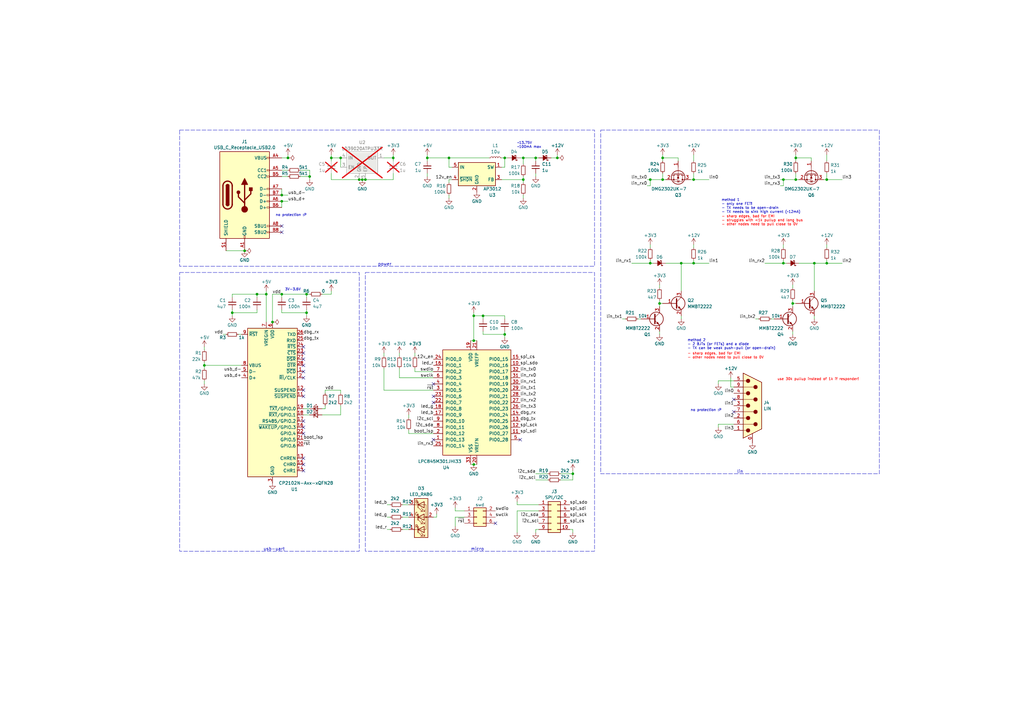
<source format=kicad_sch>
(kicad_sch (version 20231120) (generator "eeschema") (generator_version "8.0")
  (paper "A3")
  (junction (at 109.22 120.65))
  (junction (at 266.7 107.95))
  (junction (at 105.41 120.65))
  (junction (at 100.33 102.87))
  (junction (at 234.95 194.31))
  (junction (at 271.78 73.66))
  (junction (at 284.48 73.66))
  (junction (at 194.31 190.5))
  (junction (at 149.86 73.66))
  (junction (at 194.31 129.54))
  (junction (at 125.73 120.65))
  (junction (at 139.7 64.77))
  (junction (at 321.31 73.66))
  (junction (at 111.76 132.08))
  (junction (at 326.39 73.66))
  (junction (at 148.59 73.66))
  (junction (at 125.73 128.27))
  (junction (at 83.82 149.86))
  (junction (at 118.11 64.77))
  (junction (at 207.01 137.16))
  (junction (at 325.12 124.46))
  (junction (at 198.12 129.54))
  (junction (at 284.48 107.95))
  (junction (at 115.57 120.65))
  (junction (at 207.01 64.77))
  (junction (at 184.15 64.77))
  (junction (at 147.32 73.66))
  (junction (at 219.71 64.77))
  (junction (at 321.31 107.95))
  (junction (at 326.39 64.77))
  (junction (at 115.57 82.55))
  (junction (at 194.31 139.7))
  (junction (at 175.26 64.77))
  (junction (at 339.09 107.95))
  (junction (at 270.51 124.46))
  (junction (at 214.63 64.77))
  (junction (at 334.01 107.95))
  (junction (at 161.29 64.77))
  (junction (at 279.4 107.95))
  (junction (at 271.78 64.77))
  (junction (at 135.89 64.77))
  (junction (at 266.7 73.66))
  (junction (at 228.6 64.77))
  (junction (at 214.63 73.66))
  (junction (at 115.57 80.01))
  (junction (at 95.25 128.27))
  (junction (at 127 72.39))
  (junction (at 339.09 73.66))
  (no_connect (at 177.8 165.1))
  (no_connect (at 124.46 160.02))
  (no_connect (at 177.8 180.34))
  (no_connect (at 124.46 187.96))
  (no_connect (at 300.99 168.91))
  (no_connect (at 300.99 163.83))
  (no_connect (at 213.36 180.34))
  (no_connect (at 177.8 162.56))
  (no_connect (at 115.57 92.71))
  (no_connect (at 124.46 147.32))
  (no_connect (at 124.46 162.56))
  (no_connect (at 124.46 175.26))
  (no_connect (at 124.46 144.78))
  (no_connect (at 203.2 214.63))
  (no_connect (at 177.8 157.48))
  (no_connect (at 124.46 193.04))
  (no_connect (at 124.46 152.4))
  (no_connect (at 124.46 154.94))
  (no_connect (at 124.46 142.24))
  (no_connect (at 124.46 177.8))
  (no_connect (at 124.46 190.5))
  (no_connect (at 124.46 172.72))
  (no_connect (at 115.57 95.25))
  (no_connect (at 124.46 149.86))
  (wire (pts (xy 198.12 135.89) (xy 198.12 137.16)))
  (wire (pts (xy 186.69 215.9) (xy 186.69 212.09)))
  (wire (pts (xy 198.12 130.81) (xy 198.12 129.54)))
  (wire (pts (xy 163.83 154.94) (xy 177.8 154.94)))
  (wire (pts (xy 95.25 127) (xy 95.25 128.27)))
  (wire (pts (xy 179.07 212.09) (xy 177.8 212.09)))
  (wire (pts (xy 205.74 64.77) (xy 207.01 64.77)))
  (wire (pts (xy 321.31 100.33) (xy 321.31 101.6)))
  (wire (pts (xy 271.78 64.77) (xy 271.78 66.04)))
  (wire (pts (xy 219.71 218.44) (xy 219.71 217.17)))
  (wire (pts (xy 339.09 73.66) (xy 345.44 73.66)))
  (wire (pts (xy 167.64 170.18) (xy 167.64 171.45)))
  (wire (pts (xy 208.28 64.77) (xy 207.01 64.77)))
  (wire (pts (xy 284.48 107.95) (xy 284.48 106.68)))
  (wire (pts (xy 186.69 209.55) (xy 190.5 209.55)))
  (wire (pts (xy 115.57 128.27) (xy 125.73 128.27)))
  (wire (pts (xy 325.12 135.89) (xy 325.12 137.16)))
  (wire (pts (xy 124.46 170.18) (xy 127 170.18)))
  (wire (pts (xy 95.25 121.92) (xy 95.25 120.65)))
  (wire (pts (xy 339.09 63.5) (xy 339.09 66.04)))
  (wire (pts (xy 294.64 157.48) (xy 294.64 156.21)))
  (wire (pts (xy 91.44 137.16) (xy 92.71 137.16)))
  (wire (pts (xy 294.64 156.21) (xy 300.99 156.21)))
  (wire (pts (xy 219.71 194.31) (xy 224.79 194.31)))
  (wire (pts (xy 132.08 167.64) (xy 133.35 167.64)))
  (wire (pts (xy 157.48 64.77) (xy 161.29 64.77)))
  (wire (pts (xy 148.59 73.66) (xy 149.86 73.66)))
  (wire (pts (xy 207.01 64.77) (xy 207.01 68.58)))
  (wire (pts (xy 219.71 64.77) (xy 214.63 64.77)))
  (wire (pts (xy 115.57 72.39) (xy 118.11 72.39)))
  (wire (pts (xy 115.57 77.47) (xy 115.57 80.01)))
  (wire (pts (xy 270.51 135.89) (xy 270.51 137.16)))
  (wire (pts (xy 273.05 107.95) (xy 279.4 107.95)))
  (wire (pts (xy 184.15 68.58) (xy 185.42 68.58)))
  (wire (pts (xy 194.31 139.7) (xy 194.31 129.54)))
  (wire (pts (xy 284.48 100.33) (xy 284.48 101.6)))
  (wire (pts (xy 149.86 73.66) (xy 161.29 73.66)))
  (wire (pts (xy 118.11 64.77) (xy 118.11 63.5)))
  (wire (pts (xy 179.07 210.82) (xy 179.07 212.09)))
  (wire (pts (xy 184.15 74.93) (xy 184.15 73.66)))
  (wire (pts (xy 284.48 73.66) (xy 290.83 73.66)))
  (wire (pts (xy 135.89 73.66) (xy 135.89 71.12)))
  (wire (pts (xy 325.12 124.46) (xy 325.12 125.73)))
  (wire (pts (xy 95.25 128.27) (xy 105.41 128.27)))
  (wire (pts (xy 270.51 124.46) (xy 270.51 125.73)))
  (wire (pts (xy 234.95 194.31) (xy 234.95 193.04)))
  (wire (pts (xy 334.01 107.95) (xy 339.09 107.95)))
  (wire (pts (xy 266.7 107.95) (xy 267.97 107.95)))
  (wire (pts (xy 184.15 73.66) (xy 185.42 73.66)))
  (wire (pts (xy 339.09 107.95) (xy 345.44 107.95)))
  (wire (pts (xy 234.95 218.44) (xy 234.95 217.17)))
  (wire (pts (xy 167.64 177.8) (xy 177.8 177.8)))
  (wire (pts (xy 299.72 158.75) (xy 300.99 158.75)))
  (wire (pts (xy 175.26 63.5) (xy 175.26 64.77)))
  (wire (pts (xy 207.01 68.58) (xy 205.74 68.58)))
  (wire (pts (xy 160.02 207.01) (xy 158.75 207.01)))
  (wire (pts (xy 167.64 217.17) (xy 165.1 217.17)))
  (wire (pts (xy 325.12 116.84) (xy 325.12 118.11)))
  (wire (pts (xy 95.25 128.27) (xy 95.25 129.54)))
  (wire (pts (xy 125.73 120.65) (xy 127 120.65)))
  (wire (pts (xy 212.09 205.74) (xy 212.09 207.01)))
  (wire (pts (xy 228.6 64.77) (xy 228.6 63.5)))
  (wire (pts (xy 193.04 190.5) (xy 194.31 190.5)))
  (wire (pts (xy 127 69.85) (xy 123.19 69.85)))
  (wire (pts (xy 299.72 154.94) (xy 299.72 158.75)))
  (wire (pts (xy 161.29 64.77) (xy 161.29 66.04)))
  (wire (pts (xy 111.76 120.65) (xy 115.57 120.65)))
  (wire (pts (xy 284.48 63.5) (xy 284.48 66.04)))
  (wire (pts (xy 109.22 132.08) (xy 109.22 120.65)))
  (wire (pts (xy 115.57 120.65) (xy 115.57 121.92)))
  (wire (pts (xy 167.64 176.53) (xy 167.64 177.8)))
  (wire (pts (xy 334.01 129.54) (xy 334.01 130.81)))
  (wire (pts (xy 95.25 120.65) (xy 105.41 120.65)))
  (wire (pts (xy 135.89 120.65) (xy 135.89 119.38)))
  (wire (pts (xy 339.09 107.95) (xy 339.09 106.68)))
  (wire (pts (xy 170.18 151.13) (xy 170.18 152.4)))
  (wire (pts (xy 198.12 137.16) (xy 207.01 137.16)))
  (wire (pts (xy 229.87 194.31) (xy 234.95 194.31)))
  (wire (pts (xy 326.39 63.5) (xy 326.39 64.77)))
  (wire (pts (xy 326.39 73.66) (xy 327.66 73.66)))
  (wire (pts (xy 219.71 64.77) (xy 220.98 64.77)))
  (wire (pts (xy 186.69 212.09) (xy 190.5 212.09)))
  (wire (pts (xy 212.09 209.55) (xy 220.98 209.55)))
  (wire (pts (xy 124.46 167.64) (xy 127 167.64)))
  (wire (pts (xy 316.23 130.81) (xy 317.5 130.81)))
  (wire (pts (xy 326.39 71.12) (xy 326.39 73.66)))
  (wire (pts (xy 259.08 107.95) (xy 266.7 107.95)))
  (wire (pts (xy 266.7 73.66) (xy 271.78 73.66)))
  (wire (pts (xy 332.74 64.77) (xy 326.39 64.77)))
  (wire (pts (xy 207.01 137.16) (xy 207.01 138.43)))
  (wire (pts (xy 161.29 73.66) (xy 161.29 71.12)))
  (wire (pts (xy 194.31 128.27) (xy 194.31 129.54)))
  (wire (pts (xy 320.04 73.66) (xy 321.31 73.66)))
  (wire (pts (xy 133.35 167.64) (xy 133.35 166.37)))
  (wire (pts (xy 234.95 217.17) (xy 233.68 217.17)))
  (wire (pts (xy 123.19 72.39) (xy 127 72.39)))
  (wire (pts (xy 83.82 142.24) (xy 83.82 143.51)))
  (wire (pts (xy 184.15 64.77) (xy 175.26 64.77)))
  (wire (pts (xy 219.71 66.04) (xy 219.71 64.77)))
  (wire (pts (xy 200.66 64.77) (xy 184.15 64.77)))
  (wire (pts (xy 194.31 190.5) (xy 195.58 190.5)))
  (wire (pts (xy 284.48 73.66) (xy 284.48 71.12)))
  (wire (pts (xy 184.15 64.77) (xy 184.15 68.58)))
  (wire (pts (xy 115.57 69.85) (xy 118.11 69.85)))
  (wire (pts (xy 219.71 217.17) (xy 220.98 217.17)))
  (wire (pts (xy 321.31 107.95) (xy 322.58 107.95)))
  (wire (pts (xy 125.73 128.27) (xy 125.73 129.54)))
  (wire (pts (xy 175.26 71.12) (xy 175.26 72.39)))
  (wire (pts (xy 219.71 196.85) (xy 224.79 196.85)))
  (wire (pts (xy 157.48 160.02) (xy 157.48 151.13)))
  (wire (pts (xy 214.63 64.77) (xy 214.63 67.31)))
  (wire (pts (xy 115.57 82.55) (xy 115.57 85.09)))
  (wire (pts (xy 339.09 73.66) (xy 339.09 71.12)))
  (wire (pts (xy 161.29 63.5) (xy 161.29 64.77)))
  (wire (pts (xy 105.41 120.65) (xy 105.41 121.92)))
  (wire (pts (xy 266.7 73.66) (xy 266.7 76.2)))
  (wire (pts (xy 205.74 73.66) (xy 214.63 73.66)))
  (wire (pts (xy 313.69 107.95) (xy 321.31 107.95)))
  (wire (pts (xy 278.13 66.04) (xy 278.13 64.77)))
  (wire (pts (xy 229.87 196.85) (xy 234.95 196.85)))
  (wire (pts (xy 279.4 129.54) (xy 279.4 130.81)))
  (wire (pts (xy 284.48 107.95) (xy 290.83 107.95)))
  (wire (pts (xy 132.08 120.65) (xy 135.89 120.65)))
  (wire (pts (xy 255.27 130.81) (xy 256.54 130.81)))
  (wire (pts (xy 300.99 173.99) (xy 294.64 173.99)))
  (wire (pts (xy 83.82 156.21) (xy 83.82 157.48)))
  (wire (pts (xy 139.7 170.18) (xy 132.08 170.18)))
  (wire (pts (xy 327.66 107.95) (xy 334.01 107.95)))
  (wire (pts (xy 321.31 73.66) (xy 326.39 73.66)))
  (wire (pts (xy 147.32 73.66) (xy 135.89 73.66)))
  (wire (pts (xy 271.78 73.66) (xy 273.05 73.66)))
  (wire (pts (xy 170.18 144.78) (xy 170.18 146.05)))
  (wire (pts (xy 133.35 160.02) (xy 139.7 160.02)))
  (wire (pts (xy 214.63 73.66) (xy 214.63 74.93)))
  (wire (pts (xy 170.18 152.4) (xy 177.8 152.4)))
  (wire (pts (xy 111.76 132.08) (xy 111.76 120.65)))
  (wire (pts (xy 325.12 124.46) (xy 326.39 124.46)))
  (wire (pts (xy 167.64 212.09) (xy 165.1 212.09)))
  (wire (pts (xy 265.43 76.2) (xy 266.7 76.2)))
  (wire (pts (xy 279.4 107.95) (xy 284.48 107.95)))
  (wire (pts (xy 135.89 64.77) (xy 135.89 66.04)))
  (wire (pts (xy 271.78 63.5) (xy 271.78 64.77)))
  (wire (pts (xy 139.7 166.37) (xy 139.7 170.18)))
  (wire (pts (xy 278.13 64.77) (xy 271.78 64.77)))
  (wire (pts (xy 266.7 100.33) (xy 266.7 101.6)))
  (wire (pts (xy 115.57 80.01) (xy 118.11 80.01)))
  (wire (pts (xy 109.22 119.38) (xy 109.22 120.65)))
  (wire (pts (xy 207.01 129.54) (xy 207.01 130.81)))
  (wire (pts (xy 139.7 161.29) (xy 139.7 160.02)))
  (wire (pts (xy 157.48 144.78) (xy 157.48 146.05)))
  (wire (pts (xy 139.7 64.77) (xy 139.7 68.58)))
  (wire (pts (xy 279.4 107.95) (xy 279.4 119.38)))
  (wire (pts (xy 175.26 64.77) (xy 175.26 66.04)))
  (wire (pts (xy 160.02 217.17) (xy 158.75 217.17)))
  (wire (pts (xy 266.7 106.68) (xy 266.7 107.95)))
  (wire (pts (xy 135.89 64.77) (xy 139.7 64.77)))
  (wire (pts (xy 194.31 129.54) (xy 198.12 129.54)))
  (wire (pts (xy 271.78 71.12) (xy 271.78 73.66)))
  (wire (pts (xy 115.57 120.65) (xy 125.73 120.65)))
  (wire (pts (xy 83.82 149.86) (xy 99.06 149.86)))
  (wire (pts (xy 193.04 139.7) (xy 194.31 139.7)))
  (wire (pts (xy 125.73 120.65) (xy 125.73 121.92)))
  (wire (pts (xy 127 72.39) (xy 127 73.66)))
  (wire (pts (xy 83.82 149.86) (xy 83.82 151.13)))
  (wire (pts (xy 115.57 82.55) (xy 118.11 82.55)))
  (wire (pts (xy 148.59 73.66) (xy 147.32 73.66)))
  (wire (pts (xy 109.22 120.65) (xy 105.41 120.65)))
  (wire (pts (xy 270.51 124.46) (xy 271.78 124.46)))
  (wire (pts (xy 270.51 116.84) (xy 270.51 118.11)))
  (wire (pts (xy 321.31 73.66) (xy 321.31 76.2)))
  (wire (pts (xy 198.12 129.54) (xy 207.01 129.54)))
  (wire (pts (xy 283.21 73.66) (xy 284.48 73.66)))
  (wire (pts (xy 214.63 80.01) (xy 214.63 81.28)))
  (wire (pts (xy 219.71 71.12) (xy 219.71 72.39)))
  (wire (pts (xy 194.31 139.7) (xy 195.58 139.7)))
  (wire (pts (xy 294.64 173.99) (xy 294.64 175.26)))
  (wire (pts (xy 207.01 137.16) (xy 207.01 135.89)))
  (wire (pts (xy 325.12 123.19) (xy 325.12 124.46)))
  (wire (pts (xy 334.01 107.95) (xy 334.01 119.38)))
  (wire (pts (xy 186.69 208.28) (xy 186.69 209.55)))
  (wire (pts (xy 212.09 207.01) (xy 220.98 207.01)))
  (wire (pts (xy 332.74 66.04) (xy 332.74 64.77)))
  (wire (pts (xy 270.51 123.19) (xy 270.51 124.46)))
  (wire (pts (xy 163.83 151.13) (xy 163.83 154.94)))
  (wire (pts (xy 105.41 128.27) (xy 105.41 127)))
  (wire (pts (xy 127 72.39) (xy 127 69.85)))
  (wire (pts (xy 177.8 160.02) (xy 157.48 160.02)))
  (wire (pts (xy 184.15 80.01) (xy 184.15 81.28)))
  (wire (pts (xy 309.88 130.81) (xy 311.15 130.81)))
  (wire (pts (xy 213.36 64.77) (xy 214.63 64.77)))
  (wire (pts (xy 320.04 76.2) (xy 321.31 76.2)))
  (wire (pts (xy 326.39 64.77) (xy 326.39 66.04)))
  (wire (pts (xy 265.43 73.66) (xy 266.7 73.66)))
  (wire (pts (xy 115.57 64.77) (xy 118.11 64.77)))
  (wire (pts (xy 214.63 72.39) (xy 214.63 73.66)))
  (wire (pts (xy 163.83 144.78) (xy 163.83 146.05)))
  (wire (pts (xy 160.02 212.09) (xy 158.75 212.09)))
  (wire (pts (xy 234.95 196.85) (xy 234.95 194.31)))
  (wire (pts (xy 212.09 218.44) (xy 212.09 209.55)))
  (wire (pts (xy 92.71 102.87) (xy 100.33 102.87)))
  (wire (pts (xy 339.09 100.33) (xy 339.09 101.6)))
  (wire (pts (xy 125.73 128.27) (xy 125.73 127)))
  (wire (pts (xy 135.89 63.5) (xy 135.89 64.77)))
  (wire (pts (xy 83.82 148.59) (xy 83.82 149.86)))
  (wire (pts (xy 226.06 64.77) (xy 228.6 64.77)))
  (wire (pts (xy 321.31 106.68) (xy 321.31 107.95)))
  (wire (pts (xy 97.79 137.16) (xy 99.06 137.16)))
  (wire (pts (xy 133.35 160.02) (xy 133.35 161.29)))
  (wire (pts (xy 337.82 73.66) (xy 339.09 73.66)))
  (wire (pts (xy 115.57 127) (xy 115.57 128.27)))
  (wire (pts (xy 167.64 207.01) (xy 165.1 207.01)))
  (wire (pts (xy 261.62 130.81) (xy 262.89 130.81)))
  (rectangle (start 149.86 111.76) (end 243.84 226.06) (stroke (width 0) (type dash)))
  (rectangle (start 73.66 111.76) (end 147.32 226.06) (stroke (width 0) (type dash)))
  (rectangle (start 73.66 53.34) (end 243.84 109.22) (stroke (width 0) (type dash)))
  (rectangle (start 246.38 53.34) (end 360.68 194.31) (stroke (width 0) (type dash)))
  (text "method 2\n- 2 BJTs (or FETs) and a diode\n- TX can be weak push-pull (or open-drain)" (at 281.94 143.51 0) (effects (font (size 1.016 1.016)) (justify left bottom)))
  (text "no protection :P" (at 283.21 168.91 0) (effects (font (size 1.016 1.016)) (justify left bottom)))
  (text "no protection :P" (at 113.03 88.9 0) (effects (font (size 1.016 1.016)) (justify left bottom)))
  (text "~13.75V\n~100mA max" (at 212.09 60.96 0) (effects (font (size 1.016 1.016)) (justify left bottom)))
  (text "3V-3.6V" (at 116.84 119.38 0) (effects (font (size 1.016 1.016)) (justify left bottom)))
  (text "use 30k pullup instead of 1k if responder!" (at 318.77 156.21 0) (effects (font (size 1.016 1.016)) (justify left bottom)))
  (text "lin" (at 302.26 194.31 0) (effects (font (size 1.27 1.27)) (justify left bottom)))
  (text "micro" (at 193.04 226.06 0) (effects (font (size 1.27 1.27)) (justify left bottom)))
  (text "power" (at 154.94 109.22 0) (effects (font (size 1.27 1.27)) (justify left bottom)))
  (text "- sharp edges, bad for EMI\n- struggles with <1k pullup and long bus\n- other nodes need to pull close to 0V" (at 295.91 92.71 0) (effects (font (size 1.016 1.016)) (justify left bottom)))
  (text "- sharp edges, bad for EMI\n- other nodes need to pull close to 0V" (at 281.94 147.32 0) (effects (font (size 1.016 1.016)) (justify left bottom)))
  (text "usb-uart" (at 107.95 226.06 0) (effects (font (size 1.27 1.27)) (justify left bottom)))
  (text "method 1\n- only one FET!\n- TX needs to be open-drain\n- TX needs to sink high current (~12mA)" (at 295.91 87.63 0) (effects (font (size 1.016 1.016)) (justify left bottom)))
  (label "usb_d-" (at 118.11 80.01 0))
  (label "lin3" (at 300.99 176.53 180))
  (label "~{rst}" (at 190.5 214.63 180))
  (label "dbg_tx" (at 213.36 172.72 0))
  (label "led_b" (at 177.8 170.18 180))
  (label "led_r" (at 158.75 217.17 180))
  (label "usb_d-" (at 99.06 152.4 180))
  (label "lin0" (at 300.99 161.29 180))
  (label "~{rst}" (at 177.8 160.02 180))
  (label "lin_rx1" (at 213.36 157.48 0))
  (label "usb_d+" (at 118.11 82.55 0))
  (label "lin_tx0" (at 213.36 152.4 0))
  (label "i2c_sda" (at 219.71 194.31 180))
  (label "swclk" (at 177.8 154.94 180))
  (label "boot_isp" (at 124.46 180.34 0))
  (label "lin_tx1" (at 213.36 160.02 0))
  (label "dbg_rx" (at 213.36 170.18 0))
  (label "spi_sdo" (at 233.68 207.01 0))
  (label "lin_rx1" (at 259.08 107.95 180))
  (label "spi_sck" (at 213.36 175.26 0))
  (label "spi_sdi" (at 213.36 177.8 0))
  (label "boot_isp" (at 177.8 177.8 180))
  (label "lin_tx3" (at 213.36 167.64 0))
  (label "dbg_tx" (at 124.46 139.7 0))
  (label "vdd" (at 133.35 160.02 0))
  (label "spi_sdi" (at 233.68 209.55 0))
  (label "lin3" (at 345.44 73.66 0))
  (label "i2c_sda" (at 177.8 175.26 180))
  (label "vdd" (at 111.76 120.65 0))
  (label "lin_tx2" (at 213.36 162.56 0))
  (label "dbg_rx" (at 124.46 137.16 0))
  (label "~{rst}" (at 124.46 182.88 0))
  (label "lin_rx2" (at 213.36 165.1 0))
  (label "usb_d+" (at 99.06 154.94 180))
  (label "lin_rx3" (at 177.8 182.88 180))
  (label "swdio" (at 203.2 209.55 0))
  (label "lin_rx3" (at 320.04 76.2 180))
  (label "lin_rx0" (at 213.36 154.94 0))
  (label "swdio" (at 177.8 152.4 180))
  (label "i2c_scl" (at 220.98 214.63 180))
  (label "lin1" (at 300.99 166.37 180))
  (label "lin2" (at 345.44 107.95 0))
  (label "12v_en" (at 185.42 73.66 180))
  (label "lin2" (at 300.99 171.45 180))
  (label "lin0" (at 290.83 73.66 0))
  (label "swclk" (at 203.2 212.09 0))
  (label "vdd" (at 91.44 137.16 180))
  (label "i2c_sda" (at 220.98 212.09 180))
  (label "led_g" (at 177.8 167.64 180))
  (label "lin_tx3" (at 320.04 73.66 180))
  (label "lin_rx2" (at 313.69 107.95 180))
  (label "spi_cs" (at 233.68 214.63 0))
  (label "lin_rx0" (at 265.43 76.2 180))
  (label "i2c_scl" (at 177.8 172.72 180))
  (label "lin1" (at 290.83 107.95 0))
  (label "lin_tx1" (at 255.27 130.81 180))
  (label "led_b" (at 158.75 207.01 180))
  (label "12v_en" (at 177.8 147.32 180))
  (label "led_r" (at 177.8 149.86 180))
  (label "lin_tx0" (at 265.43 73.66 180))
  (label "spi_cs" (at 213.36 147.32 0))
  (label "i2c_scl" (at 219.71 196.85 180))
  (label "spi_sdo" (at 213.36 149.86 0))
  (label "spi_sck" (at 233.68 212.09 0))
  (label "led_g" (at 158.75 212.09 180))
  (label "lin_tx2" (at 309.88 130.81 180))
  (symbol (lib_id "Transistor_BJT:BC817") (at 276.86 124.46 0) (unit 1)
    (property "Reference" "Q2" (at 281.94 123.19 0) (effects (justify left)))
    (property "Value" "MMBT2222" (at 281.94 125.73 0) (effects (justify left)))
    (property "Footprint" "Package_TO_SOT_SMD:SOT-23" (effects (hide yes)))
    (property "Datasheet" "https://www.onsemi.com/pub/Collateral/BC818-D.pdf" (effects (hide yes)))
  )
  (symbol (lib_id "Device:D_Schottky_Small_Filled") (at 223.52 64.77 180) (unit 1)
    (property "Reference" "D5" (at 223.52 62.23 0))
    (property "Value" "D_Schottky_Small_Filled" (effects (hide yes)))
    (property "Footprint" "Diode_SMD:D_SOD-523" (effects (hide yes)))
  )
  (symbol (lib_id "Device:R_Small") (at 326.39 68.58 0) (mirror x) (unit 1)
    (property "Reference" "R30" (at 325.12 67.31 0) (effects (justify right)))
    (property "Value" "100k" (at 325.12 69.85 0) (effects (justify right)))
    (property "Footprint" "Resistor_SMD:R_0603_1608Metric" (effects (hide yes)))
  )
  (symbol (lib_id "Device:R_Small") (at 83.82 146.05 0) (mirror x) (unit 1)
    (property "Reference" "R1" (at 80.01 144.78 0) (effects (justify left)))
    (property "Value" "22k" (at 78.74 147.32 0) (effects (justify left)))
    (property "Footprint" "Resistor_SMD:R_0603_1608Metric" (effects (hide yes)))
  )
  (symbol (lib_id "Device:LED_Small") (at 129.54 167.64 0) (unit 1)
    (property "Reference" "D1" (at 127 166.37 0))
    (property "Value" "LED_Small" (effects (hide yes)))
    (property "Footprint" "LED_SMD:LED_0603_1608Metric" (effects (hide yes)))
  )
  (symbol (lib_id "Device:R_Small") (at 339.09 104.14 0) (unit 1)
    (property "Reference" "R32" (at 340.5886 103.3053 0) (effects (justify left)))
    (property "Value" "1k" (at 340.5886 105.8422 0) (effects (justify left)))
    (property "Footprint" "Resistor_SMD:R_0603_1608Metric" (effects (hide yes)))
  )
  (symbol (lib_id "Device:LED_RABG") (at 172.72 212.09 0) (mirror x) (unit 1)
    (property "Reference" "D3" (at 172.72 200.3257 0))
    (property "Value" "LED_RABG" (at 172.72 202.7499 0))
    (property "Footprint" "Resistor_SMD:R_Array_Convex_2x0606" (effects (hide yes)))
  )
  (symbol (lib_id "power:+12V") (at 339.09 63.5 0) (unit 1)
    (property "Reference" "#PWR052" (effects (hide yes)))
    (property "Value" "+12V" (at 339.09 59.69 0))
  )
  (symbol (lib_id "power:+5V") (at 83.82 142.24 0) (unit 1)
    (property "Reference" "#PWR01" (effects (hide yes)))
    (property "Value" "+5V" (at 83.82 138.43 0))
  )
  (symbol (lib_id "Device:Q_NMOS_GSD") (at 332.74 71.12 270) (unit 1)
    (property "Reference" "Q6" (at 332.74 80.01 90))
    (property "Value" "DMG2302UK-7" (at 328.93 77.47 90))
    (property "Footprint" "Package_TO_SOT_SMD:SOT-23" (effects (hide yes)))
  )
  (symbol (lib_id "power:+5V") (at 118.11 63.5 0) (unit 1)
    (property "Reference" "#PWR07" (effects (hide yes)))
    (property "Value" "+5V" (at 118.11 59.69 0))
  )
  (symbol (lib_id "power:PWR_FLAG") (at 100.33 102.87 270) (unit 1)
    (property "Reference" "#FLG01" (effects (hide yes)))
    (property "Value" "PWR_FLAG" (effects (hide yes)))
  )
  (symbol (lib_id "Device:C_Small") (at 135.89 68.58 0) (mirror x) (unit 1) (dnp yes)
    (property "Reference" "C5" (at 133.35 67.31 0) (effects (justify right)))
    (property "Value" "1u" (at 133.35 69.85 0) (effects (justify right)))
    (property "Footprint" "Capacitor_SMD:C_0603_1608Metric" (effects (hide yes)))
  )
  (symbol (lib_id "Device:LED_Small") (at 129.54 170.18 0) (unit 1)
    (property "Reference" "D2" (at 127 168.91 0))
    (property "Value" "LED_Small" (effects (hide yes)))
    (property "Footprint" "LED_SMD:LED_0603_1608Metric" (effects (hide yes)))
  )
  (symbol (lib_id "power:+5V") (at 109.22 119.38 0) (unit 1)
    (property "Reference" "#PWR05" (effects (hide yes)))
    (property "Value" "+5V" (at 109.22 115.57 0))
  )
  (symbol (lib_id "Device:R_Small") (at 83.82 153.67 0) (mirror x) (unit 1)
    (property "Reference" "R2" (at 80.01 152.4 0) (effects (justify left)))
    (property "Value" "47k" (at 78.74 154.94 0) (effects (justify left)))
    (property "Footprint" "Resistor_SMD:R_0603_1608Metric" (effects (hide yes)))
  )
  (symbol (lib_id "power:GND") (at 219.71 72.39 0) (unit 1)
    (property "Reference" "#PWR031" (effects (hide yes)))
    (property "Value" "GND" (at 219.71 76.2 0))
  )
  (symbol (lib_id "Device:D_Schottky_Small_Filled") (at 325.12 107.95 180) (unit 1)
    (property "Reference" "D7" (at 325.12 105.41 0))
    (property "Value" "D_Schottky_Small_Filled" (effects (hide yes)))
    (property "Footprint" "Diode_SMD:D_SOD-523" (effects (hide yes)))
  )
  (symbol (lib_id "power:GND") (at 100.33 102.87 0) (unit 1)
    (property "Reference" "#PWR04" (effects (hide yes)))
    (property "Value" "GND" (at 100.33 106.68 0))
  )
  (symbol (lib_id "power:+12V") (at 284.48 63.5 0) (unit 1)
    (property "Reference" "#PWR039" (effects (hide yes)))
    (property "Value" "+12V" (at 284.48 59.69 0))
  )
  (symbol (lib_name "+3V3_1") (lib_id "power:+3V3") (at 234.95 193.04 0) (unit 1)
    (property "Reference" "#PWR033" (effects (hide yes)))
    (property "Value" "+3V3" (at 234.95 189.23 0))
  )
  (symbol (lib_name "+3V3_1") (lib_id "power:+3V3") (at 325.12 116.84 0) (unit 1)
    (property "Reference" "#PWR048" (effects (hide yes)))
    (property "Value" "+3V3" (at 325.12 113.03 0))
  )
  (symbol (lib_name "+3V3_1") (lib_id "power:+3V3") (at 167.64 170.18 0) (unit 1)
    (property "Reference" "#PWR016" (effects (hide yes)))
    (property "Value" "+3V3" (at 167.64 166.37 0))
  )
  (symbol (lib_id "Regulator_Switching:AP3012") (at 195.58 71.12 0) (unit 1)
    (property "Reference" "U3" (at 201.93 80.01 0))
    (property "Value" "AP3012" (at 201.93 77.47 0))
    (property "Footprint" "Package_TO_SOT_SMD:SOT-23-5" (effects (hide yes)))
    (property "Datasheet" "https://www.diodes.com/assets/Datasheets/AP3012.pdf" (effects (hide yes)))
  )
  (symbol (lib_id "Device:R_Small") (at 266.7 104.14 0) (mirror x) (unit 1)
    (property "Reference" "R22" (at 265.43 102.87 0) (effects (justify right)))
    (property "Value" "100k" (at 265.43 105.41 0) (effects (justify right)))
    (property "Footprint" "Resistor_SMD:R_0603_1608Metric" (effects (hide yes)))
  )
  (symbol (lib_id "power:GND") (at 279.4 130.81 0) (unit 1)
    (property "Reference" "#PWR038" (effects (hide yes)))
    (property "Value" "GND" (at 279.4 134.62 0))
  )
  (symbol (lib_id "Device:R_Small") (at 162.56 207.01 90) (unit 1)
    (property "Reference" "R10" (at 168.91 205.74 90) (effects (justify left)))
    (property "Value" "2k2" (at 163.83 204.47 90) (effects (justify left)))
    (property "Footprint" "Resistor_SMD:R_0402_1005Metric" (effects (hide yes)))
  )
  (symbol (lib_id "power:GND") (at 334.01 130.81 0) (unit 1)
    (property "Reference" "#PWR051" (effects (hide yes)))
    (property "Value" "GND" (at 334.01 134.62 0))
  )
  (symbol (lib_id "Device:C_Small") (at 175.26 68.58 0) (mirror x) (unit 1)
    (property "Reference" "C7" (at 172.72 67.31 0) (effects (justify right)))
    (property "Value" "1u" (at 172.72 69.85 0) (effects (justify right)))
    (property "Footprint" "Capacitor_SMD:C_0603_1608Metric" (effects (hide yes)))
  )
  (symbol (lib_name "+3V3_1") (lib_id "power:+3V3") (at 194.31 128.27 0) (unit 1)
    (property "Reference" "#PWR024" (effects (hide yes)))
    (property "Value" "+3V3" (at 194.31 124.46 0))
  )
  (symbol (lib_id "power:GND") (at 148.59 73.66 0) (unit 1)
    (property "Reference" "#PWR012" (effects (hide yes)))
    (property "Value" "GND" (at 148.59 77.47 0))
  )
  (symbol (lib_id "Device:R_Small") (at 139.7 163.83 0) (unit 1)
    (property "Reference" "R8" (at 140.97 162.56 0) (effects (justify left)))
    (property "Value" "2k2" (at 140.97 165.1 0) (effects (justify left)))
    (property "Footprint" "Resistor_SMD:R_0603_1608Metric" (effects (hide yes)))
  )
  (symbol (lib_id "Device:R_Small") (at 227.33 194.31 270) (mirror x) (unit 1)
    (property "Reference" "R19" (at 220.98 193.04 90) (effects (justify left)))
    (property "Value" "2k2" (at 229.87 193.04 90) (effects (justify left)))
    (property "Footprint" "Resistor_SMD:R_0603_1608Metric" (effects (hide yes)))
  )
  (symbol (lib_id "power:GND") (at 207.01 138.43 0) (unit 1)
    (property "Reference" "#PWR030" (effects (hide yes)))
    (property "Value" "GND" (at 207.01 142.24 0))
  )
  (symbol (lib_id "Device:R_Small") (at 270.51 120.65 0) (mirror x) (unit 1)
    (property "Reference" "R23" (at 269.24 119.38 0) (effects (justify right)))
    (property "Value" "4k7" (at 269.24 121.92 0) (effects (justify right)))
    (property "Footprint" "Resistor_SMD:R_0603_1608Metric" (effects (hide yes)))
  )
  (symbol (lib_id "Device:R_Small") (at 313.69 130.81 90) (mirror x) (unit 1)
    (property "Reference" "R27" (at 314.96 128.27 90) (effects (justify left)))
    (property "Value" "10k" (at 320.04 129.54 90) (effects (justify left)))
    (property "Footprint" "Resistor_SMD:R_0603_1608Metric" (effects (hide yes)))
  )
  (symbol (lib_id "power:+12V") (at 339.09 100.33 0) (unit 1)
    (property "Reference" "#PWR054" (effects (hide yes)))
    (property "Value" "+12V" (at 339.09 96.52 0))
  )
  (symbol (lib_id "power:GND") (at 308.61 181.61 0) (unit 1)
    (property "Reference" "#PWR046" (effects (hide yes)))
    (property "Value" "GND" (at 308.61 185.42 0))
  )
  (symbol (lib_id "power:+12V") (at 228.6 63.5 0) (unit 1)
    (property "Reference" "#PWR032" (effects (hide yes)))
    (property "Value" "+12V" (at 228.6 59.69 0))
  )
  (symbol (lib_id "power:GND") (at 127 73.66 0) (unit 1)
    (property "Reference" "#PWR09" (effects (hide yes)))
    (property "Value" "GND" (at 127 77.47 0))
  )
  (symbol (lib_name "+3V3_1") (lib_id "power:+3V3") (at 186.69 208.28 0) (unit 1)
    (property "Reference" "#PWR022" (effects (hide yes)))
    (property "Value" "+3V3" (at 186.69 204.47 0))
  )
  (symbol (lib_id "power:GND") (at 214.63 81.28 0) (unit 1)
    (property "Reference" "#PWR029" (effects (hide yes)))
    (property "Value" "GND" (at 214.63 85.09 0))
  )
  (symbol (lib_id "Device:R_Small") (at 321.31 104.14 0) (mirror x) (unit 1)
    (property "Reference" "R28" (at 320.04 102.87 0) (effects (justify right)))
    (property "Value" "100k" (at 320.04 105.41 0) (effects (justify right)))
    (property "Footprint" "Resistor_SMD:R_0603_1608Metric" (effects (hide yes)))
  )
  (symbol (lib_id "power:GND") (at 212.09 218.44 0) (unit 1)
    (property "Reference" "#PWR028" (effects (hide yes)))
    (property "Value" "GND" (at 212.09 222.25 0))
  )
  (symbol (lib_id "MCU_NXP_LPC:LPC822M101JHI33") (at 195.58 165.1 0) (unit 1)
    (property "Reference" "U4" (at 181.61 191.77 0) (effects (justify left)))
    (property "Value" "LPC845M301JHI33" (at 171.45 189.23 0) (effects (justify left)))
    (property "Footprint" "Package_DFN_QFN:QFN-32-1EP_5x5mm_P0.5mm_EP3.45x3.45mm" (effects (hide yes)))
    (property "Datasheet" "http://www.nxp.com/docs/en/data-sheet/LPC82X.pdf" (effects (hide yes)))
  )
  (symbol (lib_id "Device:R_Small") (at 214.63 77.47 0) (mirror x) (unit 1)
    (property "Reference" "R18" (at 213.36 76.2 0) (effects (justify right)))
    (property "Value" "10k" (at 213.36 78.74 0) (effects (justify right)))
    (property "Footprint" "Resistor_SMD:R_0603_1608Metric" (effects (hide yes)))
  )
  (symbol (lib_id "power:GND") (at 194.31 190.5 0) (unit 1)
    (property "Reference" "#PWR025" (effects (hide yes)))
    (property "Value" "GND" (at 194.31 194.31 0))
  )
  (symbol (lib_id "power:GND") (at 83.82 157.48 0) (unit 1)
    (property "Reference" "#PWR02" (effects (hide yes)))
    (property "Value" "GND" (at 83.82 161.29 0))
  )
  (symbol (lib_id "power:GND") (at 95.25 129.54 0) (unit 1)
    (property "Reference" "#PWR03" (effects (hide yes)))
    (property "Value" "GND" (at 95.25 133.35 0))
  )
  (symbol (lib_id "Device:R_Small") (at 129.54 120.65 90) (unit 1)
    (property "Reference" "R6" (at 127 119.38 90) (effects (justify left)))
    (property "Value" "0" (at 133.35 119.38 90) (effects (justify left)))
    (property "Footprint" "Resistor_SMD:R_0603_1608Metric" (effects (hide yes)))
  )
  (symbol (lib_id "Device:C_Small") (at 95.25 124.46 0) (mirror x) (unit 1)
    (property "Reference" "C1" (at 92.71 123.19 0) (effects (justify right)))
    (property "Value" "4u7" (at 92.71 125.73 0) (effects (justify right)))
    (property "Footprint" "Capacitor_SMD:C_0603_1608Metric" (effects (hide yes)))
  )
  (symbol (lib_id "power:+5V") (at 135.89 63.5 0) (unit 1)
    (property "Reference" "#PWR010" (effects (hide yes)))
    (property "Value" "+5V" (at 135.89 59.69 0))
  )
  (symbol (lib_name "+3V3_1") (lib_id "power:+3V3") (at 135.89 119.38 0) (unit 1)
    (property "Reference" "#PWR011" (effects (hide yes)))
    (property "Value" "+3V3" (at 135.89 115.57 0))
  )
  (symbol (lib_id "Device:R_Small") (at 167.64 173.99 0) (mirror y) (unit 1)
    (property "Reference" "R14" (at 166.37 172.72 0) (effects (justify left)))
    (property "Value" "10k" (at 166.37 175.26 0) (effects (justify left)))
    (property "Footprint" "Resistor_SMD:R_0603_1608Metric" (effects (hide yes)))
  )
  (symbol (lib_name "+3V3_1") (lib_id "power:+3V3") (at 271.78 63.5 0) (unit 1)
    (property "Reference" "#PWR037" (effects (hide yes)))
    (property "Value" "+3V3" (at 271.78 59.69 0))
  )
  (symbol (lib_id "power:GND") (at 125.73 129.54 0) (unit 1)
    (property "Reference" "#PWR08" (effects (hide yes)))
    (property "Value" "GND" (at 125.73 133.35 0))
  )
  (symbol (lib_id "power:PWR_FLAG") (at 111.76 132.08 270) (unit 1)
    (property "Reference" "#FLG02" (effects (hide yes)))
    (property "Value" "PWR_FLAG" (effects (hide yes)))
  )
  (symbol (lib_id "Device:C_Small") (at 161.29 68.58 180) (unit 1) (dnp yes)
    (property "Reference" "C6" (at 163.83 67.31 0) (effects (justify right)))
    (property "Value" "1u" (at 163.83 69.85 0) (effects (justify right)))
    (property "Footprint" "Capacitor_SMD:C_0603_1608Metric" (effects (hide yes)))
  )
  (symbol (lib_id "Device:R_Small") (at 157.48 148.59 0) (mirror y) (unit 1)
    (property "Reference" "R9" (at 156.21 147.32 0) (effects (justify left)))
    (property "Value" "10k" (at 156.21 149.86 0) (effects (justify left)))
    (property "Footprint" "Resistor_SMD:R_0603_1608Metric" (effects (hide yes)))
  )
  (symbol (lib_id "Device:R_Small") (at 271.78 68.58 0) (mirror x) (unit 1)
    (property "Reference" "R24" (at 270.51 67.31 0) (effects (justify right)))
    (property "Value" "100k" (at 270.51 69.85 0) (effects (justify right)))
    (property "Footprint" "Resistor_SMD:R_0603_1608Metric" (effects (hide yes)))
  )
  (symbol (lib_id "Device:R_Small") (at 120.65 69.85 90) (unit 1)
    (property "Reference" "R4" (at 116.84 68.58 90))
    (property "Value" "5k1" (at 124.46 68.58 90))
    (property "Footprint" "Resistor_SMD:R_0603_1608Metric" (effects (hide yes)))
  )
  (symbol (lib_id "Device:R_Small") (at 162.56 212.09 90) (unit 1)
    (property "Reference" "R11" (at 168.91 210.82 90) (effects (justify left)))
    (property "Value" "2k2" (at 163.83 209.55 90) (effects (justify left)))
    (property "Footprint" "Resistor_SMD:R_0402_1005Metric" (effects (hide yes)))
  )
  (symbol (lib_id "Connector_Generic:Conn_02x05_Odd_Even") (at 226.06 212.09 0) (unit 1)
    (property "Reference" "J3" (at 227.33 201.5957 0))
    (property "Value" "SPI/I2C" (at 227.33 204.0199 0))
    (property "Footprint" "Connector_PinHeader_1.27mm:PinHeader_2x05_P1.27mm_Vertical_SMD" (effects (hide yes)))
  )
  (symbol (lib_id "Device:Q_NMOS_GSD") (at 278.13 71.12 270) (unit 1)
    (property "Reference" "Q3" (at 278.13 80.01 90))
    (property "Value" "DMG2302UK-7" (at 274.32 77.47 90))
    (property "Footprint" "Package_TO_SOT_SMD:SOT-23" (effects (hide yes)))
  )
  (symbol (lib_id "Device:R_Small") (at 284.48 68.58 0) (unit 1)
    (property "Reference" "R25" (at 285.9786 67.7453 0) (effects (justify left)))
    (property "Value" "1k" (at 285.9786 70.2822 0) (effects (justify left)))
    (property "Footprint" "Resistor_SMD:R_0603_1608Metric" (effects (hide yes)))
  )
  (symbol (lib_id "Interface_USB:CP2102N-Axx-xQFN28") (at 111.76 165.1 0) (unit 1)
    (property "Reference" "U1" (at 119.38 200.66 0) (effects (justify left)))
    (property "Value" "CP2102N-Axx-xQFN28" (at 114.3 198.12 0) (effects (justify left)))
    (property "Footprint" "Package_DFN_QFN:QFN-28-1EP_5x5mm_P0.5mm_EP3.35x3.35mm" (effects (hide yes)))
    (property "Datasheet" "https://www.silabs.com/documents/public/data-sheets/cp2102n-datasheet.pdf" (effects (hide yes)))
  )
  (symbol (lib_id "Device:C_Small") (at 207.01 133.35 180) (unit 1)
    (property "Reference" "C8" (at 209.55 132.08 0) (effects (justify right)))
    (property "Value" "100n" (at 209.55 134.62 0) (effects (justify right)))
    (property "Footprint" "Capacitor_SMD:C_0603_1608Metric" (effects (hide yes)))
  )
  (symbol (lib_id "power:+12V") (at 284.48 100.33 0) (unit 1)
    (property "Reference" "#PWR041" (effects (hide yes)))
    (property "Value" "+12V" (at 284.48 96.52 0))
  )
  (symbol (lib_name "+3V3_1") (lib_id "power:+3V3") (at 170.18 144.78 0) (unit 1)
    (property "Reference" "#PWR017" (effects (hide yes)))
    (property "Value" "+3V3" (at 170.18 140.97 0))
  )
  (symbol (lib_id "power:GND") (at 195.58 78.74 0) (unit 1)
    (property "Reference" "#PWR026" (effects (hide yes)))
    (property "Value" "GND" (at 195.58 82.55 0))
  )
  (symbol (lib_id "power:PWR_FLAG") (at 118.11 64.77 270) (unit 1)
    (property "Reference" "#FLG03" (effects (hide yes)))
    (property "Value" "PWR_FLAG" (effects (hide yes)))
  )
  (symbol (lib_id "power:GND") (at 325.12 137.16 0) (unit 1)
    (property "Reference" "#PWR049" (effects (hide yes)))
    (property "Value" "GND" (at 325.12 140.97 0))
  )
  (symbol (lib_id "Device:R_Small") (at 325.12 120.65 0) (mirror x) (unit 1)
    (property "Reference" "R29" (at 323.85 119.38 0) (effects (justify right)))
    (property "Value" "4k7" (at 323.85 121.92 0) (effects (justify right)))
    (property "Footprint" "Resistor_SMD:R_0603_1608Metric" (effects (hide yes)))
  )
  (symbol (lib_id "Device:C_Small") (at 125.73 124.46 180) (unit 1)
    (property "Reference" "C4" (at 128.27 123.19 0) (effects (justify right)))
    (property "Value" "4u7" (at 128.27 125.73 0) (effects (justify right)))
    (property "Footprint" "Capacitor_SMD:C_0603_1608Metric" (effects (hide yes)))
  )
  (symbol (lib_id "Device:R_Small") (at 214.63 69.85 0) (mirror x) (unit 1)
    (property "Reference" "R17" (at 213.36 68.58 0) (effects (justify right)))
    (property "Value" "100k" (at 213.36 71.12 0) (effects (justify right)))
    (property "Footprint" "Resistor_SMD:R_0603_1608Metric" (effects (hide yes)))
  )
  (symbol (lib_name "+3V3_1") (lib_id "power:+3V3") (at 179.07 210.82 0) (unit 1)
    (property "Reference" "#PWR020" (effects (hide yes)))
    (property "Value" "+3V3" (at 179.07 207.01 0))
  )
  (symbol (lib_name "+3V3_1") (lib_id "power:+3V3") (at 270.51 116.84 0) (unit 1)
    (property "Reference" "#PWR035" (effects (hide yes)))
    (property "Value" "+3V3" (at 270.51 113.03 0))
  )
  (symbol (lib_id "Device:R_Small") (at 170.18 148.59 0) (mirror y) (unit 1)
    (property "Reference" "R15" (at 168.91 147.32 0) (effects (justify left)))
    (property "Value" "10k" (at 168.91 149.86 0) (effects (justify left)))
    (property "Footprint" "Resistor_SMD:R_0603_1608Metric" (effects (hide yes)))
  )
  (symbol (lib_id "power:+5V") (at 175.26 63.5 0) (unit 1)
    (property "Reference" "#PWR018" (effects (hide yes)))
    (property "Value" "+5V" (at 175.26 59.69 0))
  )
  (symbol (lib_id "Device:R_Small") (at 284.48 104.14 0) (unit 1)
    (property "Reference" "R26" (at 285.9786 103.3053 0) (effects (justify left)))
    (property "Value" "1k" (at 285.9786 105.8422 0) (effects (justify left)))
    (property "Footprint" "Resistor_SMD:R_0603_1608Metric" (effects (hide yes)))
  )
  (symbol (lib_id "power:GND") (at 294.64 157.48 0) (unit 1)
    (property "Reference" "#PWR043" (effects (hide yes)))
    (property "Value" "GND" (at 294.64 161.29 0))
  )
  (symbol (lib_name "+3V3_1") (lib_id "power:+3V3") (at 326.39 63.5 0) (unit 1)
    (property "Reference" "#PWR050" (effects (hide yes)))
    (property "Value" "+3V3" (at 326.39 59.69 0))
  )
  (symbol (lib_id "Device:R_Small") (at 95.25 137.16 90) (mirror x) (unit 1)
    (property "Reference" "R3" (at 92.71 138.43 90) (effects (justify left)))
    (property "Value" "1k" (at 100.33 138.43 90) (effects (justify left)))
    (property "Footprint" "Resistor_SMD:R_0603_1608Metric" (effects (hide yes)))
  )
  (symbol (lib_id "Device:D_Schottky_Small_Filled") (at 210.82 64.77 180) (unit 1)
    (property "Reference" "D4" (at 210.82 62.23 0))
    (property "Value" "D_Schottky_Small_Filled" (effects (hide yes)))
    (property "Footprint" "Diode_SMD:D_SOD-523" (effects (hide yes)))
  )
  (symbol (lib_id "extraparts:LD39020") (at 148.59 64.77 0) (unit 1) (dnp yes)
    (property "Reference" "U2" (at 148.59 58.42 0))
    (property "Value" "LD39020ATPU33R" (at 148.59 60.96 0))
    (property "Footprint" "Package_DFN_QFN:UDFN-4-1EP_1x1mm_P0.65mm_EP0.48x0.48mm" (effects (hide yes)))
  )
  (symbol (lib_id "Device:R_Small") (at 120.65 72.39 90) (unit 1)
    (property "Reference" "R5" (at 116.84 71.12 90))
    (property "Value" "5k1" (at 124.46 71.12 90))
    (property "Footprint" "Resistor_SMD:R_0603_1608Metric" (effects (hide yes)))
  )
  (symbol (lib_id "Device:C_Small") (at 105.41 124.46 0) (mirror x) (unit 1)
    (property "Reference" "C2" (at 102.87 123.19 0) (effects (justify right)))
    (property "Value" "100n" (at 102.87 125.73 0) (effects (justify right)))
    (property "Footprint" "Capacitor_SMD:C_0603_1608Metric" (effects (hide yes)))
  )
  (symbol (lib_id "Transistor_BJT:BC817") (at 331.47 124.46 0) (unit 1)
    (property "Reference" "Q5" (at 336.55 123.19 0) (effects (justify left)))
    (property "Value" "MMBT2222" (at 336.55 125.73 0) (effects (justify left)))
    (property "Footprint" "Package_TO_SOT_SMD:SOT-23" (effects (hide yes)))
    (property "Datasheet" "https://www.onsemi.com/pub/Collateral/BC818-D.pdf" (effects (hide yes)))
  )
  (symbol (lib_id "Device:R_Small") (at 163.83 148.59 0) (mirror y) (unit 1)
    (property "Reference" "R13" (at 162.56 147.32 0) (effects (justify left)))
    (property "Value" "10k" (at 162.56 149.86 0) (effects (justify left)))
    (property "Footprint" "Resistor_SMD:R_0603_1608Metric" (effects (hide yes)))
  )
  (symbol (lib_id "power:GND") (at 111.76 198.12 0) (unit 1)
    (property "Reference" "#PWR06" (effects (hide yes)))
    (property "Value" "GND" (at 111.76 201.93 0))
  )
  (symbol (lib_id "Device:R_Small") (at 259.08 130.81 90) (mirror x) (unit 1)
    (property "Reference" "R21" (at 260.35 128.27 90) (effects (justify left)))
    (property "Value" "10k" (at 265.43 129.54 90) (effects (justify left)))
    (property "Footprint" "Resistor_SMD:R_0603_1608Metric" (effects (hide yes)))
  )
  (symbol (lib_id "Connector_Generic:Conn_02x03_Odd_Even") (at 195.58 212.09 0) (unit 1)
    (property "Reference" "J2" (at 196.85 204.47 0))
    (property "Value" "swd" (at 196.85 207.01 0))
    (property "Footprint" "Connector:Tag-Connect_TC2030-IDC-NL_2x03_P1.27mm_Vertical" (effects (hide yes)))
  )
  (symbol (lib_name "+3V3_1") (lib_id "power:+3V3") (at 212.09 205.74 0) (unit 1)
    (property "Reference" "#PWR027" (effects (hide yes)))
    (property "Value" "+3V3" (at 212.09 201.93 0))
  )
  (symbol (lib_id "power:GND") (at 175.26 72.39 0) (unit 1)
    (property "Reference" "#PWR019" (effects (hide yes)))
    (property "Value" "GND" (at 175.26 76.2 0))
  )
  (symbol (lib_name "+3V3_1") (lib_id "power:+3V3") (at 321.31 100.33 0) (unit 1)
    (property "Reference" "#PWR047" (effects (hide yes)))
    (property "Value" "+3V3" (at 321.31 96.52 0))
  )
  (symbol (lib_id "Device:R_Small") (at 162.56 217.17 90) (unit 1)
    (property "Reference" "R12" (at 168.91 215.9 90) (effects (justify left)))
    (property "Value" "2k2" (at 163.83 214.63 90) (effects (justify left)))
    (property "Footprint" "Resistor_SMD:R_0402_1005Metric" (effects (hide yes)))
  )
  (symbol (lib_id "Device:D_Schottky_Small_Filled") (at 270.51 107.95 180) (unit 1)
    (property "Reference" "D6" (at 270.51 105.41 0))
    (property "Value" "D_Schottky_Small_Filled" (effects (hide yes)))
    (property "Footprint" "Diode_SMD:D_SOD-523" (effects (hide yes)))
  )
  (symbol (lib_id "Device:L_Small") (at 203.2 64.77 90) (unit 1)
    (property "Reference" "L1" (at 203.2 59.69 90))
    (property "Value" "10u" (at 203.2 62.23 90))
    (property "Footprint" "Inductor_SMD:L_1210_3225Metric" (effects (hide yes)))
  )
  (symbol (lib_id "power:GND") (at 219.71 218.44 0) (unit 1)
    (property "Reference" "#PWR056" (effects (hide yes)))
    (property "Value" "GND" (at 219.71 222.25 0))
  )
  (symbol (lib_name "+3V3_1") (lib_id "power:+3V3") (at 157.48 144.78 0) (unit 1)
    (property "Reference" "#PWR013" (effects (hide yes)))
    (property "Value" "+3V3" (at 157.48 140.97 0))
  )
  (symbol (lib_id "Transistor_BJT:BC817") (at 267.97 130.81 0) (unit 1)
    (property "Reference" "Q1" (at 264.16 137.16 0) (effects (justify left)))
    (property "Value" "MMBT2222" (at 256.54 134.62 0) (effects (justify left)))
    (property "Footprint" "Package_TO_SOT_SMD:SOT-23" (effects (hide yes)))
    (property "Datasheet" "https://www.onsemi.com/pub/Collateral/BC818-D.pdf" (effects (hide yes)))
  )
  (symbol (lib_id "power:GND") (at 270.51 137.16 0) (unit 1)
    (property "Reference" "#PWR036" (effects (hide yes)))
    (property "Value" "GND" (at 270.51 140.97 0))
  )
  (symbol (lib_name "+3V3_1") (lib_id "power:+3V3") (at 161.29 63.5 0) (unit 1)
    (property "Reference" "#PWR014" (effects (hide yes)))
    (property "Value" "+3V3" (at 161.29 59.69 0))
  )
  (symbol (lib_id "Device:C_Small") (at 115.57 124.46 180) (unit 1)
    (property "Reference" "C3" (at 118.11 123.19 0) (effects (justify right)))
    (property "Value" "100n" (at 118.11 125.73 0) (effects (justify right)))
    (property "Footprint" "Capacitor_SMD:C_0603_1608Metric" (effects (hide yes)))
  )
  (symbol (lib_id "Device:R_Small") (at 184.15 77.47 0) (mirror y) (unit 1)
    (property "Reference" "R16" (at 182.88 76.2 0) (effects (justify left)))
    (property "Value" "100k" (at 182.88 78.74 0) (effects (justify left)))
    (property "Footprint" "Resistor_SMD:R_0603_1608Metric" (effects (hide yes)))
  )
  (symbol (lib_id "power:PWR_FLAG") (at 228.6 64.77 270) (unit 1)
    (property "Reference" "#FLG04" (effects (hide yes)))
    (property "Value" "PWR_FLAG" (effects (hide yes)))
  )
  (symbol (lib_id "Connector:DE9_Plug_MountingHoles") (at 308.61 166.37 0) (unit 1)
    (property "Reference" "J4" (at 313.182 165.1579 0) (effects (justify left)))
    (property "Value" "LIN" (at 313.182 167.5821 0) (effects (justify left)))
    (property "Footprint" "Connector_Dsub:DSUB-9_Male_Horizontal_P2.77x2.84mm_EdgePinOffset7.70mm_Housed_MountingHolesOffset9.12mm" (effects (hide yes)))
    (property "Datasheet" " ~" (effects (hide yes)))
  )
  (symbol (lib_name "+3V3_1") (lib_id "power:+3V3") (at 266.7 100.33 0) (unit 1)
    (property "Reference" "#PWR034" (effects (hide yes)))
    (property "Value" "+3V3" (at 266.7 96.52 0))
  )
  (symbol (lib_id "power:+12V") (at 299.72 154.94 0) (unit 1)
    (property "Reference" "#PWR045" (effects (hide yes)))
    (property "Value" "+12V" (at 299.72 151.13 0))
  )
  (symbol (lib_id "power:GND") (at 186.69 215.9 0) (unit 1)
    (property "Reference" "#PWR023" (effects (hide yes)))
    (property "Value" "GND" (at 186.69 219.71 0))
  )
  (symbol (lib_id "Device:C_Small") (at 198.12 133.35 180) (unit 1)
    (property "Reference" "C10" (at 200.66 132.08 0) (effects (justify right)))
    (property "Value" "10n" (at 200.66 134.62 0) (effects (justify right)))
    (property "Footprint" "Capacitor_SMD:C_0603_1608Metric" (effects (hide yes)))
  )
  (symbol (lib_id "Device:R_Small") (at 227.33 196.85 270) (mirror x) (unit 1)
    (property "Reference" "R20" (at 220.98 195.58 90) (effects (justify left)))
    (property "Value" "2k2" (at 229.87 195.58 90) (effects (justify left)))
    (property "Footprint" "Resistor_SMD:R_0603_1608Metric" (effects (hide yes)))
  )
  (symbol (lib_id "power:GND") (at 294.64 175.26 0) (unit 1)
    (property "Reference" "#PWR044" (effects (hide yes)))
    (property "Value" "GND" (at 294.64 179.07 0))
  )
  (symbol (lib_id "Device:R_Small") (at 339.09 68.58 0) (unit 1)
    (property "Reference" "R31" (at 340.5886 67.7453 0) (effects (justify left)))
    (property "Value" "1k" (at 340.5886 70.2822 0) (effects (justify left)))
    (property "Footprint" "Resistor_SMD:R_0603_1608Metric" (effects (hide yes)))
  )
  (symbol (lib_id "Device:C_Small") (at 219.71 68.58 180) (unit 1)
    (property "Reference" "C11" (at 222.25 67.31 0) (effects (justify right)))
    (property "Value" "1u" (at 222.25 69.85 0) (effects (justify right)))
    (property "Footprint" "Capacitor_SMD:C_0603_1608Metric" (effects (hide yes)))
  )
  (symbol (lib_name "+3V3_1") (lib_id "power:+3V3") (at 163.83 144.78 0) (unit 1)
    (property "Reference" "#PWR015" (effects (hide yes)))
    (property "Value" "+3V3" (at 163.83 140.97 0))
  )
  (symbol (lib_id "power:GND") (at 234.95 218.44 0) (unit 1)
    (property "Reference" "#PWR057" (effects (hide yes)))
    (property "Value" "GND" (at 234.95 222.25 0))
  )
  (symbol (lib_id "power:GND") (at 184.15 81.28 0) (unit 1)
    (property "Reference" "#PWR021" (effects (hide yes)))
    (property "Value" "GND" (at 184.15 85.09 0))
  )
  (symbol (lib_id "Connector:USB_C_Receptacle_USB2.0") (at 100.33 80.01 0) (unit 1)
    (property "Reference" "J1" (at 100.33 58.0857 0))
    (property "Value" "USB_C_Receptacle_USB2.0" (at 100.33 60.5099 0))
    (property "Footprint" "Connector_USB:USB_C_Receptacle_Palconn_UTC16-G" (effects (hide yes)))
    (property "Datasheet" "https://www.usb.org/sites/default/files/documents/usb_type-c.zip" (effects (hide yes)))
  )
  (symbol (lib_id "Transistor_BJT:BC817") (at 322.58 130.81 0) (unit 1)
    (property "Reference" "Q4" (at 318.77 137.16 0) (effects (justify left)))
    (property "Value" "MMBT2222" (at 311.15 134.62 0) (effects (justify left)))
    (property "Footprint" "Package_TO_SOT_SMD:SOT-23" (effects (hide yes)))
    (property "Datasheet" "https://www.onsemi.com/pub/Collateral/BC818-D.pdf" (effects (hide yes)))
  )
  (symbol (lib_id "Device:R_Small") (at 133.35 163.83 0) (unit 1)
    (property "Reference" "R7" (at 134.62 162.56 0) (effects (justify left)))
    (property "Value" "2k2" (at 134.62 165.1 0) (effects (justify left)))
    (property "Footprint" "Resistor_SMD:R_0603_1608Metric" (effects (hide yes)))
  )
)
</source>
